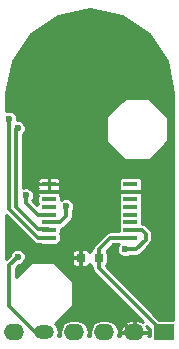
<source format=gbl>
G04 #@! TF.FileFunction,Copper,L2,Bot,Signal*
%FSLAX46Y46*%
G04 Gerber Fmt 4.6, Leading zero omitted, Abs format (unit mm)*
G04 Created by KiCad (PCBNEW 4.0.7) date Sat Jun  9 20:27:24 2018*
%MOMM*%
%LPD*%
G01*
G04 APERTURE LIST*
%ADD10C,0.100000*%
%ADD11R,0.800000X0.750000*%
%ADD12R,1.200000X0.400000*%
%ADD13R,1.700000X1.400000*%
%ADD14O,1.700000X1.400000*%
%ADD15O,1.700000X1.200000*%
%ADD16C,0.600000*%
%ADD17C,0.350000*%
%ADD18C,0.250000*%
G04 APERTURE END LIST*
D10*
D11*
X58250000Y-48000000D03*
X56750000Y-48000000D03*
D12*
X54050000Y-46275000D03*
X54050000Y-45625000D03*
X54050000Y-44975000D03*
X54050000Y-44325000D03*
X54050000Y-43675000D03*
X54050000Y-43025000D03*
X54050000Y-42375000D03*
X54050000Y-41725000D03*
X60950000Y-41725000D03*
X60950000Y-42375000D03*
X60950000Y-43025000D03*
X60950000Y-43675000D03*
X60950000Y-44325000D03*
X60950000Y-44975000D03*
X60950000Y-45625000D03*
X60950000Y-46275000D03*
D13*
X63820000Y-54300000D03*
D14*
X61280000Y-54300000D03*
X58740000Y-54300000D03*
X56200000Y-54300000D03*
D15*
X53660000Y-54300000D03*
D14*
X51120000Y-54300000D03*
D16*
X57400000Y-40300000D03*
X56100000Y-41800000D03*
X50900000Y-46100000D03*
X63900000Y-40500000D03*
X57400000Y-36000000D03*
X63300000Y-32000000D03*
X57100000Y-29500000D03*
X51900000Y-30700000D03*
X59500000Y-43800000D03*
X58600000Y-43400000D03*
X57600000Y-43700000D03*
X62400000Y-48000000D03*
X62200000Y-50600000D03*
X58600000Y-51100000D03*
X52200000Y-41600000D03*
X53000000Y-38000000D03*
X60500000Y-47250000D03*
X50700000Y-36200000D03*
X51400000Y-37000000D03*
X51400000Y-47900000D03*
X55500000Y-43600000D03*
X52100000Y-42700000D03*
D17*
X63820000Y-54300000D02*
X63670000Y-54300000D01*
X63670000Y-54300000D02*
X58250000Y-48880000D01*
X58250000Y-48880000D02*
X58250000Y-48725000D01*
X58250000Y-48725000D02*
X58250000Y-48000000D01*
X60950000Y-46275000D02*
X59250000Y-46275000D01*
X59250000Y-46275000D02*
X58250000Y-47275000D01*
X58250000Y-47275000D02*
X58250000Y-48000000D01*
D18*
X54050000Y-41725000D02*
X52325000Y-41725000D01*
X52325000Y-41725000D02*
X52200000Y-41600000D01*
D17*
X57600000Y-43700000D02*
X57600000Y-43300000D01*
X57600000Y-43300000D02*
X56100000Y-41800000D01*
X51200000Y-46100000D02*
X50900000Y-46100000D01*
X52600000Y-47500000D02*
X51200000Y-46100000D01*
X54300000Y-47500000D02*
X52600000Y-47500000D01*
X54800000Y-48000000D02*
X54300000Y-47500000D01*
X56750000Y-48000000D02*
X54800000Y-48000000D01*
X62400000Y-48000000D02*
X62400000Y-47077835D01*
X62400000Y-47077835D02*
X63900000Y-45577835D01*
X63900000Y-45577835D02*
X63900000Y-40500000D01*
X57400000Y-36000000D02*
X57400000Y-42200000D01*
X57400000Y-42200000D02*
X58600000Y-43400000D01*
X57100000Y-29500000D02*
X60800000Y-29500000D01*
X60800000Y-29500000D02*
X63300000Y-32000000D01*
X53000000Y-38000000D02*
X53000000Y-31800000D01*
X53000000Y-31800000D02*
X51900000Y-30700000D01*
X58600000Y-43400000D02*
X58899999Y-43100001D01*
X58899999Y-43100001D02*
X59274999Y-43100001D01*
X59274999Y-43100001D02*
X59500000Y-42875000D01*
X59500000Y-43800000D02*
X59500000Y-42875000D01*
X59500000Y-42875000D02*
X60000000Y-42375000D01*
X60000000Y-42375000D02*
X60950000Y-42375000D01*
X57600000Y-43700000D02*
X58300000Y-43700000D01*
X58300000Y-43700000D02*
X58600000Y-43400000D01*
X57600000Y-43700000D02*
X57175736Y-43700000D01*
X57175736Y-43700000D02*
X57024740Y-43850996D01*
X57024740Y-43850996D02*
X56750000Y-43850996D01*
X62200000Y-50600000D02*
X62200000Y-48200000D01*
X62200000Y-48200000D02*
X62400000Y-48000000D01*
X58600000Y-51100000D02*
X58600000Y-50675736D01*
X58600000Y-50675736D02*
X56750000Y-48825736D01*
X56750000Y-48825736D02*
X56750000Y-48725000D01*
X56750000Y-48725000D02*
X56750000Y-48000000D01*
X61280000Y-54300000D02*
X61130000Y-54300000D01*
X61130000Y-54300000D02*
X58600000Y-51770000D01*
X58600000Y-51770000D02*
X58600000Y-51100000D01*
X52499999Y-41899999D02*
X52200000Y-41600000D01*
X52975000Y-42375000D02*
X52499999Y-41899999D01*
X54050000Y-42375000D02*
X52975000Y-42375000D01*
X55000000Y-42375000D02*
X54050000Y-42375000D01*
X55274004Y-42375000D02*
X55000000Y-42375000D01*
X56750000Y-43850996D02*
X55274004Y-42375000D01*
X56750000Y-48000000D02*
X56750000Y-43850996D01*
X62250000Y-45975000D02*
X62250000Y-46450002D01*
X62250000Y-46450002D02*
X61450002Y-47250000D01*
X61450002Y-47250000D02*
X60500000Y-47250000D01*
X60950000Y-45625000D02*
X61900000Y-45625000D01*
X61900000Y-45625000D02*
X62250000Y-45975000D01*
X50700000Y-36700000D02*
X50700000Y-36200000D01*
X54050000Y-46275000D02*
X53097165Y-46275000D01*
X53097165Y-46275000D02*
X50700000Y-43877835D01*
X50700000Y-43877835D02*
X50700000Y-36700000D01*
X54050000Y-46275000D02*
X54275000Y-46275000D01*
X51300000Y-38600000D02*
X51300000Y-37100000D01*
X51300000Y-37100000D02*
X51400000Y-37000000D01*
X51300000Y-43700002D02*
X51300000Y-38600000D01*
X54050000Y-45625000D02*
X53975001Y-45550001D01*
X53975001Y-45550001D02*
X53149999Y-45550001D01*
X53149999Y-45550001D02*
X51300000Y-43700002D01*
X51100000Y-54280000D02*
X51120000Y-54300000D01*
X51400000Y-47900000D02*
X50700000Y-48600000D01*
X50700000Y-48600000D02*
X50700000Y-52100000D01*
X50700000Y-52100000D02*
X52900000Y-54300000D01*
X52900000Y-54300000D02*
X53660000Y-54300000D01*
X54050000Y-44975000D02*
X55000000Y-44975000D01*
X55000000Y-44975000D02*
X55500000Y-44475000D01*
X55500000Y-44475000D02*
X55500000Y-43600000D01*
X52100000Y-42700000D02*
X52100000Y-43325000D01*
X52100000Y-43325000D02*
X53100000Y-44325000D01*
X53100000Y-44325000D02*
X54050000Y-44325000D01*
D18*
G36*
X60204300Y-27493043D02*
X62496893Y-29024903D01*
X64028755Y-31317498D01*
X64575000Y-34063657D01*
X64575000Y-53217654D01*
X63365471Y-53217654D01*
X58843758Y-48695940D01*
X58916599Y-48649069D01*
X59002223Y-48523754D01*
X59032346Y-48375000D01*
X59032346Y-47625000D01*
X59006198Y-47486034D01*
X58932036Y-47370782D01*
X59477817Y-46825000D01*
X59970315Y-46825000D01*
X59928097Y-46867144D01*
X59825117Y-47115145D01*
X59824883Y-47383677D01*
X59927429Y-47631857D01*
X60117144Y-47821903D01*
X60365145Y-47924883D01*
X60633677Y-47925117D01*
X60881857Y-47822571D01*
X60904467Y-47800000D01*
X61450002Y-47800000D01*
X61660478Y-47758134D01*
X61838911Y-47638909D01*
X62638909Y-46838911D01*
X62758134Y-46660478D01*
X62800000Y-46450002D01*
X62800000Y-45975005D01*
X62800001Y-45975000D01*
X62758134Y-45764524D01*
X62638909Y-45586091D01*
X62288909Y-45236091D01*
X62110476Y-45116866D01*
X61932346Y-45081434D01*
X61932346Y-44775000D01*
X61907962Y-44645411D01*
X61932346Y-44525000D01*
X61932346Y-44125000D01*
X61907962Y-43995411D01*
X61932346Y-43875000D01*
X61932346Y-43475000D01*
X61907962Y-43345411D01*
X61932346Y-43225000D01*
X61932346Y-42825000D01*
X61907356Y-42692189D01*
X61925000Y-42649592D01*
X61925000Y-42493750D01*
X61831250Y-42400000D01*
X60975000Y-42400000D01*
X60975000Y-42420000D01*
X60925000Y-42420000D01*
X60925000Y-42400000D01*
X60068750Y-42400000D01*
X59975000Y-42493750D01*
X59975000Y-42649592D01*
X59993923Y-42695277D01*
X59967654Y-42825000D01*
X59967654Y-43225000D01*
X59992038Y-43354589D01*
X59967654Y-43475000D01*
X59967654Y-43875000D01*
X59992038Y-44004589D01*
X59967654Y-44125000D01*
X59967654Y-44525000D01*
X59992038Y-44654589D01*
X59967654Y-44775000D01*
X59967654Y-45175000D01*
X59992038Y-45304589D01*
X59967654Y-45425000D01*
X59967654Y-45725000D01*
X59250005Y-45725000D01*
X59250000Y-45724999D01*
X59051298Y-45764524D01*
X59039524Y-45766866D01*
X58861091Y-45886091D01*
X58861089Y-45886094D01*
X57861091Y-46886091D01*
X57741866Y-47064524D01*
X57700000Y-47275000D01*
X57700000Y-47275902D01*
X57583401Y-47350931D01*
X57497777Y-47476246D01*
X57496629Y-47481914D01*
X57467910Y-47412579D01*
X57362420Y-47307090D01*
X57224592Y-47250000D01*
X56868750Y-47250000D01*
X56775000Y-47343750D01*
X56775000Y-47975000D01*
X56795000Y-47975000D01*
X56795000Y-48025000D01*
X56775000Y-48025000D01*
X56775000Y-48656250D01*
X56868750Y-48750000D01*
X57224592Y-48750000D01*
X57362420Y-48692910D01*
X57467910Y-48587421D01*
X57496560Y-48518252D01*
X57575931Y-48641599D01*
X57700000Y-48726372D01*
X57700000Y-48880000D01*
X57741866Y-49090476D01*
X57861091Y-49268909D01*
X62012634Y-53420451D01*
X61864482Y-53316397D01*
X61455000Y-53225000D01*
X61305000Y-53225000D01*
X61305000Y-54275000D01*
X62410931Y-54275000D01*
X62487567Y-54107186D01*
X62432738Y-53911713D01*
X62308914Y-53716732D01*
X62587654Y-53995471D01*
X62587654Y-54596797D01*
X62458400Y-54596797D01*
X62487567Y-54492814D01*
X62410931Y-54325000D01*
X61305000Y-54325000D01*
X61305000Y-54345000D01*
X61255000Y-54345000D01*
X61255000Y-54325000D01*
X60149069Y-54325000D01*
X60072433Y-54492814D01*
X60101600Y-54596797D01*
X59929962Y-54596797D01*
X59988999Y-54300000D01*
X59950646Y-54107186D01*
X60072433Y-54107186D01*
X60149069Y-54275000D01*
X61255000Y-54275000D01*
X61255000Y-53225000D01*
X61105000Y-53225000D01*
X60695518Y-53316397D01*
X60352182Y-53557538D01*
X60127262Y-53911713D01*
X60072433Y-54107186D01*
X59950646Y-54107186D01*
X59907169Y-53888615D01*
X59674139Y-53539860D01*
X59325384Y-53306830D01*
X58913999Y-53225000D01*
X58566001Y-53225000D01*
X58154616Y-53306830D01*
X57805861Y-53539860D01*
X57572831Y-53888615D01*
X57491001Y-54300000D01*
X57550038Y-54596797D01*
X57389962Y-54596797D01*
X57448999Y-54300000D01*
X57367169Y-53888615D01*
X57134139Y-53539860D01*
X56785384Y-53306830D01*
X56373999Y-53225000D01*
X56026001Y-53225000D01*
X55614616Y-53306830D01*
X55265861Y-53539860D01*
X55032831Y-53888615D01*
X54951001Y-54300000D01*
X55010038Y-54596797D01*
X54849963Y-54596797D01*
X54908999Y-54300000D01*
X54834782Y-53926884D01*
X54623428Y-53610571D01*
X54589125Y-53587651D01*
X56088388Y-52088388D01*
X56115152Y-52048632D01*
X56125000Y-52000000D01*
X56125000Y-50000000D01*
X56115813Y-49952963D01*
X56088388Y-49911612D01*
X54588388Y-48411612D01*
X54548632Y-48384848D01*
X54500000Y-48375000D01*
X52500000Y-48375000D01*
X52452963Y-48384187D01*
X52411612Y-48411612D01*
X51250000Y-49573224D01*
X51250000Y-48827818D01*
X51502727Y-48575090D01*
X51533677Y-48575117D01*
X51781857Y-48472571D01*
X51971903Y-48282856D01*
X52040046Y-48118750D01*
X55975000Y-48118750D01*
X55975000Y-48449592D01*
X56032090Y-48587421D01*
X56137580Y-48692910D01*
X56275408Y-48750000D01*
X56631250Y-48750000D01*
X56725000Y-48656250D01*
X56725000Y-48025000D01*
X56068750Y-48025000D01*
X55975000Y-48118750D01*
X52040046Y-48118750D01*
X52074883Y-48034855D01*
X52075117Y-47766323D01*
X51985903Y-47550408D01*
X55975000Y-47550408D01*
X55975000Y-47881250D01*
X56068750Y-47975000D01*
X56725000Y-47975000D01*
X56725000Y-47343750D01*
X56631250Y-47250000D01*
X56275408Y-47250000D01*
X56137580Y-47307090D01*
X56032090Y-47412579D01*
X55975000Y-47550408D01*
X51985903Y-47550408D01*
X51972571Y-47518143D01*
X51782856Y-47328097D01*
X51534855Y-47225117D01*
X51266323Y-47224883D01*
X51018143Y-47327429D01*
X50828097Y-47517144D01*
X50725117Y-47765145D01*
X50725089Y-47797093D01*
X50425000Y-48097182D01*
X50425000Y-44380653D01*
X52708256Y-46663909D01*
X52886689Y-46783134D01*
X53097165Y-46825000D01*
X53297993Y-46825000D01*
X53301246Y-46827223D01*
X53450000Y-46857346D01*
X54650000Y-46857346D01*
X54788966Y-46831198D01*
X54916599Y-46749069D01*
X55002223Y-46623754D01*
X55032346Y-46475000D01*
X55032346Y-46075000D01*
X55007962Y-45945411D01*
X55032346Y-45825000D01*
X55032346Y-45518566D01*
X55210476Y-45483134D01*
X55388909Y-45363909D01*
X55888909Y-44863909D01*
X56008134Y-44685476D01*
X56050001Y-44475000D01*
X56050000Y-44474995D01*
X56050000Y-44004721D01*
X56071903Y-43982856D01*
X56174883Y-43734855D01*
X56175117Y-43466323D01*
X56072571Y-43218143D01*
X55882856Y-43028097D01*
X55634855Y-42925117D01*
X55366323Y-42924883D01*
X55118143Y-43027429D01*
X55032346Y-43113077D01*
X55032346Y-42825000D01*
X55007356Y-42692189D01*
X55025000Y-42649592D01*
X55025000Y-42493750D01*
X54931250Y-42400000D01*
X54075000Y-42400000D01*
X54075000Y-42420000D01*
X54025000Y-42420000D01*
X54025000Y-42400000D01*
X53168750Y-42400000D01*
X53075000Y-42493750D01*
X53075000Y-42649592D01*
X53093923Y-42695277D01*
X53067654Y-42825000D01*
X53067654Y-43225000D01*
X53092038Y-43354589D01*
X53067654Y-43475000D01*
X53067654Y-43514837D01*
X52653773Y-43100955D01*
X52671903Y-43082856D01*
X52774883Y-42834855D01*
X52775117Y-42566323D01*
X52672571Y-42318143D01*
X52482856Y-42128097D01*
X52234855Y-42025117D01*
X51966323Y-42024883D01*
X51850000Y-42072947D01*
X51850000Y-41843750D01*
X53075000Y-41843750D01*
X53075000Y-41999592D01*
X53095879Y-42050000D01*
X53075000Y-42100408D01*
X53075000Y-42256250D01*
X53168750Y-42350000D01*
X54025000Y-42350000D01*
X54025000Y-41750000D01*
X54075000Y-41750000D01*
X54075000Y-42350000D01*
X54931250Y-42350000D01*
X55025000Y-42256250D01*
X55025000Y-42100408D01*
X55004121Y-42050000D01*
X55025000Y-41999592D01*
X55025000Y-41843750D01*
X54931250Y-41750000D01*
X54075000Y-41750000D01*
X54025000Y-41750000D01*
X53168750Y-41750000D01*
X53075000Y-41843750D01*
X51850000Y-41843750D01*
X51850000Y-41450408D01*
X53075000Y-41450408D01*
X53075000Y-41606250D01*
X53168750Y-41700000D01*
X54025000Y-41700000D01*
X54025000Y-41243750D01*
X54075000Y-41243750D01*
X54075000Y-41700000D01*
X54931250Y-41700000D01*
X55025000Y-41606250D01*
X55025000Y-41525000D01*
X59967654Y-41525000D01*
X59967654Y-41925000D01*
X59992644Y-42057811D01*
X59975000Y-42100408D01*
X59975000Y-42256250D01*
X60068750Y-42350000D01*
X60925000Y-42350000D01*
X60925000Y-42330000D01*
X60975000Y-42330000D01*
X60975000Y-42350000D01*
X61831250Y-42350000D01*
X61925000Y-42256250D01*
X61925000Y-42100408D01*
X61906077Y-42054723D01*
X61932346Y-41925000D01*
X61932346Y-41525000D01*
X61906198Y-41386034D01*
X61824069Y-41258401D01*
X61698754Y-41172777D01*
X61550000Y-41142654D01*
X60350000Y-41142654D01*
X60211034Y-41168802D01*
X60083401Y-41250931D01*
X59997777Y-41376246D01*
X59967654Y-41525000D01*
X55025000Y-41525000D01*
X55025000Y-41450408D01*
X54967910Y-41312579D01*
X54862420Y-41207090D01*
X54724592Y-41150000D01*
X54168750Y-41150000D01*
X54075000Y-41243750D01*
X54025000Y-41243750D01*
X53931250Y-41150000D01*
X53375408Y-41150000D01*
X53237580Y-41207090D01*
X53132090Y-41312579D01*
X53075000Y-41450408D01*
X51850000Y-41450408D01*
X51850000Y-37504547D01*
X51971903Y-37382856D01*
X52074883Y-37134855D01*
X52075117Y-36866323D01*
X51972571Y-36618143D01*
X51782856Y-36428097D01*
X51534855Y-36325117D01*
X51374892Y-36324978D01*
X51375087Y-36100000D01*
X58875000Y-36100000D01*
X58875000Y-38100000D01*
X58884187Y-38147037D01*
X58911612Y-38188388D01*
X60411612Y-39688388D01*
X60451368Y-39715152D01*
X60500000Y-39725000D01*
X62500000Y-39725000D01*
X62547037Y-39715813D01*
X62588388Y-39688388D01*
X64088388Y-38188388D01*
X64115152Y-38148632D01*
X64125000Y-38100000D01*
X64125000Y-36100000D01*
X64115813Y-36052963D01*
X64088388Y-36011612D01*
X62588388Y-34511612D01*
X62548632Y-34484848D01*
X62500000Y-34475000D01*
X60500000Y-34475000D01*
X60452963Y-34484187D01*
X60411612Y-34511612D01*
X58911612Y-36011612D01*
X58884848Y-36051368D01*
X58875000Y-36100000D01*
X51375087Y-36100000D01*
X51375117Y-36066323D01*
X51272571Y-35818143D01*
X51082856Y-35628097D01*
X50834855Y-35525117D01*
X50566323Y-35524883D01*
X50425000Y-35583277D01*
X50425000Y-34063657D01*
X50971246Y-31317497D01*
X52503106Y-29024904D01*
X54795701Y-27493042D01*
X57500000Y-26955123D01*
X60204300Y-27493043D01*
X60204300Y-27493043D01*
G37*
X60204300Y-27493043D02*
X62496893Y-29024903D01*
X64028755Y-31317498D01*
X64575000Y-34063657D01*
X64575000Y-53217654D01*
X63365471Y-53217654D01*
X58843758Y-48695940D01*
X58916599Y-48649069D01*
X59002223Y-48523754D01*
X59032346Y-48375000D01*
X59032346Y-47625000D01*
X59006198Y-47486034D01*
X58932036Y-47370782D01*
X59477817Y-46825000D01*
X59970315Y-46825000D01*
X59928097Y-46867144D01*
X59825117Y-47115145D01*
X59824883Y-47383677D01*
X59927429Y-47631857D01*
X60117144Y-47821903D01*
X60365145Y-47924883D01*
X60633677Y-47925117D01*
X60881857Y-47822571D01*
X60904467Y-47800000D01*
X61450002Y-47800000D01*
X61660478Y-47758134D01*
X61838911Y-47638909D01*
X62638909Y-46838911D01*
X62758134Y-46660478D01*
X62800000Y-46450002D01*
X62800000Y-45975005D01*
X62800001Y-45975000D01*
X62758134Y-45764524D01*
X62638909Y-45586091D01*
X62288909Y-45236091D01*
X62110476Y-45116866D01*
X61932346Y-45081434D01*
X61932346Y-44775000D01*
X61907962Y-44645411D01*
X61932346Y-44525000D01*
X61932346Y-44125000D01*
X61907962Y-43995411D01*
X61932346Y-43875000D01*
X61932346Y-43475000D01*
X61907962Y-43345411D01*
X61932346Y-43225000D01*
X61932346Y-42825000D01*
X61907356Y-42692189D01*
X61925000Y-42649592D01*
X61925000Y-42493750D01*
X61831250Y-42400000D01*
X60975000Y-42400000D01*
X60975000Y-42420000D01*
X60925000Y-42420000D01*
X60925000Y-42400000D01*
X60068750Y-42400000D01*
X59975000Y-42493750D01*
X59975000Y-42649592D01*
X59993923Y-42695277D01*
X59967654Y-42825000D01*
X59967654Y-43225000D01*
X59992038Y-43354589D01*
X59967654Y-43475000D01*
X59967654Y-43875000D01*
X59992038Y-44004589D01*
X59967654Y-44125000D01*
X59967654Y-44525000D01*
X59992038Y-44654589D01*
X59967654Y-44775000D01*
X59967654Y-45175000D01*
X59992038Y-45304589D01*
X59967654Y-45425000D01*
X59967654Y-45725000D01*
X59250005Y-45725000D01*
X59250000Y-45724999D01*
X59051298Y-45764524D01*
X59039524Y-45766866D01*
X58861091Y-45886091D01*
X58861089Y-45886094D01*
X57861091Y-46886091D01*
X57741866Y-47064524D01*
X57700000Y-47275000D01*
X57700000Y-47275902D01*
X57583401Y-47350931D01*
X57497777Y-47476246D01*
X57496629Y-47481914D01*
X57467910Y-47412579D01*
X57362420Y-47307090D01*
X57224592Y-47250000D01*
X56868750Y-47250000D01*
X56775000Y-47343750D01*
X56775000Y-47975000D01*
X56795000Y-47975000D01*
X56795000Y-48025000D01*
X56775000Y-48025000D01*
X56775000Y-48656250D01*
X56868750Y-48750000D01*
X57224592Y-48750000D01*
X57362420Y-48692910D01*
X57467910Y-48587421D01*
X57496560Y-48518252D01*
X57575931Y-48641599D01*
X57700000Y-48726372D01*
X57700000Y-48880000D01*
X57741866Y-49090476D01*
X57861091Y-49268909D01*
X62012634Y-53420451D01*
X61864482Y-53316397D01*
X61455000Y-53225000D01*
X61305000Y-53225000D01*
X61305000Y-54275000D01*
X62410931Y-54275000D01*
X62487567Y-54107186D01*
X62432738Y-53911713D01*
X62308914Y-53716732D01*
X62587654Y-53995471D01*
X62587654Y-54596797D01*
X62458400Y-54596797D01*
X62487567Y-54492814D01*
X62410931Y-54325000D01*
X61305000Y-54325000D01*
X61305000Y-54345000D01*
X61255000Y-54345000D01*
X61255000Y-54325000D01*
X60149069Y-54325000D01*
X60072433Y-54492814D01*
X60101600Y-54596797D01*
X59929962Y-54596797D01*
X59988999Y-54300000D01*
X59950646Y-54107186D01*
X60072433Y-54107186D01*
X60149069Y-54275000D01*
X61255000Y-54275000D01*
X61255000Y-53225000D01*
X61105000Y-53225000D01*
X60695518Y-53316397D01*
X60352182Y-53557538D01*
X60127262Y-53911713D01*
X60072433Y-54107186D01*
X59950646Y-54107186D01*
X59907169Y-53888615D01*
X59674139Y-53539860D01*
X59325384Y-53306830D01*
X58913999Y-53225000D01*
X58566001Y-53225000D01*
X58154616Y-53306830D01*
X57805861Y-53539860D01*
X57572831Y-53888615D01*
X57491001Y-54300000D01*
X57550038Y-54596797D01*
X57389962Y-54596797D01*
X57448999Y-54300000D01*
X57367169Y-53888615D01*
X57134139Y-53539860D01*
X56785384Y-53306830D01*
X56373999Y-53225000D01*
X56026001Y-53225000D01*
X55614616Y-53306830D01*
X55265861Y-53539860D01*
X55032831Y-53888615D01*
X54951001Y-54300000D01*
X55010038Y-54596797D01*
X54849963Y-54596797D01*
X54908999Y-54300000D01*
X54834782Y-53926884D01*
X54623428Y-53610571D01*
X54589125Y-53587651D01*
X56088388Y-52088388D01*
X56115152Y-52048632D01*
X56125000Y-52000000D01*
X56125000Y-50000000D01*
X56115813Y-49952963D01*
X56088388Y-49911612D01*
X54588388Y-48411612D01*
X54548632Y-48384848D01*
X54500000Y-48375000D01*
X52500000Y-48375000D01*
X52452963Y-48384187D01*
X52411612Y-48411612D01*
X51250000Y-49573224D01*
X51250000Y-48827818D01*
X51502727Y-48575090D01*
X51533677Y-48575117D01*
X51781857Y-48472571D01*
X51971903Y-48282856D01*
X52040046Y-48118750D01*
X55975000Y-48118750D01*
X55975000Y-48449592D01*
X56032090Y-48587421D01*
X56137580Y-48692910D01*
X56275408Y-48750000D01*
X56631250Y-48750000D01*
X56725000Y-48656250D01*
X56725000Y-48025000D01*
X56068750Y-48025000D01*
X55975000Y-48118750D01*
X52040046Y-48118750D01*
X52074883Y-48034855D01*
X52075117Y-47766323D01*
X51985903Y-47550408D01*
X55975000Y-47550408D01*
X55975000Y-47881250D01*
X56068750Y-47975000D01*
X56725000Y-47975000D01*
X56725000Y-47343750D01*
X56631250Y-47250000D01*
X56275408Y-47250000D01*
X56137580Y-47307090D01*
X56032090Y-47412579D01*
X55975000Y-47550408D01*
X51985903Y-47550408D01*
X51972571Y-47518143D01*
X51782856Y-47328097D01*
X51534855Y-47225117D01*
X51266323Y-47224883D01*
X51018143Y-47327429D01*
X50828097Y-47517144D01*
X50725117Y-47765145D01*
X50725089Y-47797093D01*
X50425000Y-48097182D01*
X50425000Y-44380653D01*
X52708256Y-46663909D01*
X52886689Y-46783134D01*
X53097165Y-46825000D01*
X53297993Y-46825000D01*
X53301246Y-46827223D01*
X53450000Y-46857346D01*
X54650000Y-46857346D01*
X54788966Y-46831198D01*
X54916599Y-46749069D01*
X55002223Y-46623754D01*
X55032346Y-46475000D01*
X55032346Y-46075000D01*
X55007962Y-45945411D01*
X55032346Y-45825000D01*
X55032346Y-45518566D01*
X55210476Y-45483134D01*
X55388909Y-45363909D01*
X55888909Y-44863909D01*
X56008134Y-44685476D01*
X56050001Y-44475000D01*
X56050000Y-44474995D01*
X56050000Y-44004721D01*
X56071903Y-43982856D01*
X56174883Y-43734855D01*
X56175117Y-43466323D01*
X56072571Y-43218143D01*
X55882856Y-43028097D01*
X55634855Y-42925117D01*
X55366323Y-42924883D01*
X55118143Y-43027429D01*
X55032346Y-43113077D01*
X55032346Y-42825000D01*
X55007356Y-42692189D01*
X55025000Y-42649592D01*
X55025000Y-42493750D01*
X54931250Y-42400000D01*
X54075000Y-42400000D01*
X54075000Y-42420000D01*
X54025000Y-42420000D01*
X54025000Y-42400000D01*
X53168750Y-42400000D01*
X53075000Y-42493750D01*
X53075000Y-42649592D01*
X53093923Y-42695277D01*
X53067654Y-42825000D01*
X53067654Y-43225000D01*
X53092038Y-43354589D01*
X53067654Y-43475000D01*
X53067654Y-43514837D01*
X52653773Y-43100955D01*
X52671903Y-43082856D01*
X52774883Y-42834855D01*
X52775117Y-42566323D01*
X52672571Y-42318143D01*
X52482856Y-42128097D01*
X52234855Y-42025117D01*
X51966323Y-42024883D01*
X51850000Y-42072947D01*
X51850000Y-41843750D01*
X53075000Y-41843750D01*
X53075000Y-41999592D01*
X53095879Y-42050000D01*
X53075000Y-42100408D01*
X53075000Y-42256250D01*
X53168750Y-42350000D01*
X54025000Y-42350000D01*
X54025000Y-41750000D01*
X54075000Y-41750000D01*
X54075000Y-42350000D01*
X54931250Y-42350000D01*
X55025000Y-42256250D01*
X55025000Y-42100408D01*
X55004121Y-42050000D01*
X55025000Y-41999592D01*
X55025000Y-41843750D01*
X54931250Y-41750000D01*
X54075000Y-41750000D01*
X54025000Y-41750000D01*
X53168750Y-41750000D01*
X53075000Y-41843750D01*
X51850000Y-41843750D01*
X51850000Y-41450408D01*
X53075000Y-41450408D01*
X53075000Y-41606250D01*
X53168750Y-41700000D01*
X54025000Y-41700000D01*
X54025000Y-41243750D01*
X54075000Y-41243750D01*
X54075000Y-41700000D01*
X54931250Y-41700000D01*
X55025000Y-41606250D01*
X55025000Y-41525000D01*
X59967654Y-41525000D01*
X59967654Y-41925000D01*
X59992644Y-42057811D01*
X59975000Y-42100408D01*
X59975000Y-42256250D01*
X60068750Y-42350000D01*
X60925000Y-42350000D01*
X60925000Y-42330000D01*
X60975000Y-42330000D01*
X60975000Y-42350000D01*
X61831250Y-42350000D01*
X61925000Y-42256250D01*
X61925000Y-42100408D01*
X61906077Y-42054723D01*
X61932346Y-41925000D01*
X61932346Y-41525000D01*
X61906198Y-41386034D01*
X61824069Y-41258401D01*
X61698754Y-41172777D01*
X61550000Y-41142654D01*
X60350000Y-41142654D01*
X60211034Y-41168802D01*
X60083401Y-41250931D01*
X59997777Y-41376246D01*
X59967654Y-41525000D01*
X55025000Y-41525000D01*
X55025000Y-41450408D01*
X54967910Y-41312579D01*
X54862420Y-41207090D01*
X54724592Y-41150000D01*
X54168750Y-41150000D01*
X54075000Y-41243750D01*
X54025000Y-41243750D01*
X53931250Y-41150000D01*
X53375408Y-41150000D01*
X53237580Y-41207090D01*
X53132090Y-41312579D01*
X53075000Y-41450408D01*
X51850000Y-41450408D01*
X51850000Y-37504547D01*
X51971903Y-37382856D01*
X52074883Y-37134855D01*
X52075117Y-36866323D01*
X51972571Y-36618143D01*
X51782856Y-36428097D01*
X51534855Y-36325117D01*
X51374892Y-36324978D01*
X51375087Y-36100000D01*
X58875000Y-36100000D01*
X58875000Y-38100000D01*
X58884187Y-38147037D01*
X58911612Y-38188388D01*
X60411612Y-39688388D01*
X60451368Y-39715152D01*
X60500000Y-39725000D01*
X62500000Y-39725000D01*
X62547037Y-39715813D01*
X62588388Y-39688388D01*
X64088388Y-38188388D01*
X64115152Y-38148632D01*
X64125000Y-38100000D01*
X64125000Y-36100000D01*
X64115813Y-36052963D01*
X64088388Y-36011612D01*
X62588388Y-34511612D01*
X62548632Y-34484848D01*
X62500000Y-34475000D01*
X60500000Y-34475000D01*
X60452963Y-34484187D01*
X60411612Y-34511612D01*
X58911612Y-36011612D01*
X58884848Y-36051368D01*
X58875000Y-36100000D01*
X51375087Y-36100000D01*
X51375117Y-36066323D01*
X51272571Y-35818143D01*
X51082856Y-35628097D01*
X50834855Y-35525117D01*
X50566323Y-35524883D01*
X50425000Y-35583277D01*
X50425000Y-34063657D01*
X50971246Y-31317497D01*
X52503106Y-29024904D01*
X54795701Y-27493042D01*
X57500000Y-26955123D01*
X60204300Y-27493043D01*
M02*

</source>
